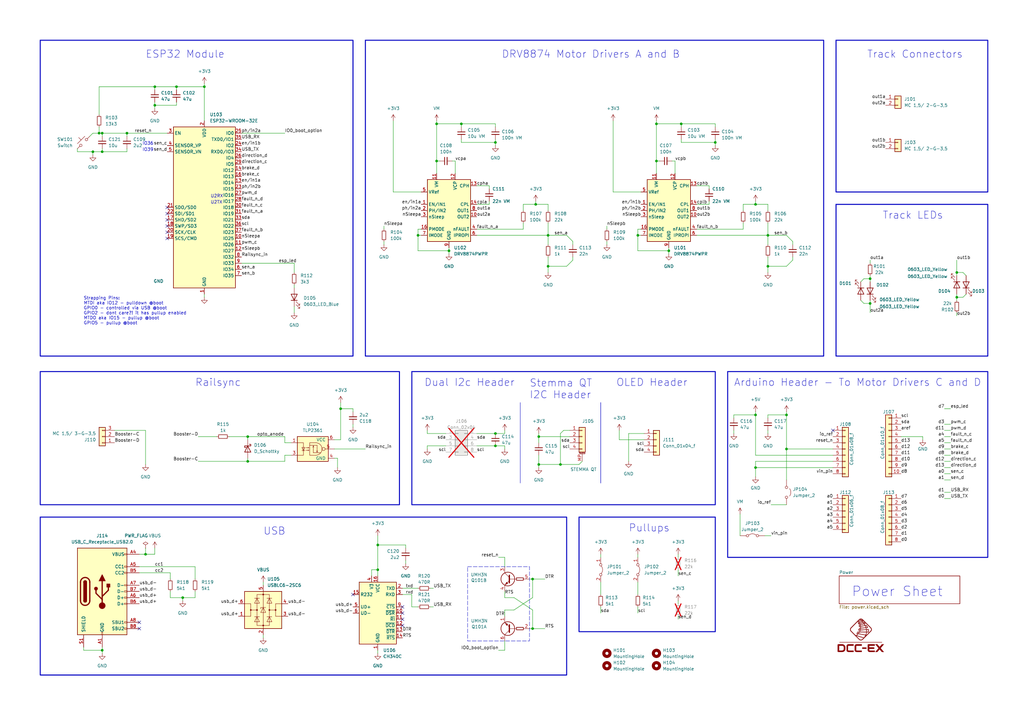
<source format=kicad_sch>
(kicad_sch (version 20250114) (generator "eeschema") (generator_version "9.0")
  (paper "A3")
  (title_block (title "EX-ESP32-CS") (date "2025-05-14") (rev "RevC") (company "semify-eda.com") (comment 1 "Engineer: Fred Decker") (comment 2 "Lead Engineer: Erwin Peterlin") (comment 3 "CERN-OHL-W v2 or later") (comment 4 "Licensed under") (comment 5 "modified Keith Ruberson"))
  (rectangle (start 16.51 152.4) (end 163.83 207.01) (stroke (width 0.4)))
  (rectangle (start 16.51 212.09) (end 232.41 276.86) (stroke (width 0.4)))
  (rectangle (start 342.9 83.82) (end 405.13 146.05) (stroke (width 0.4)))
  (rectangle (start 168.91 152.4) (end 293.37 207.01) (stroke (width 0.4)))
  (rectangle (start 149.86 16.51) (end 337.82 146.05) (stroke (width 0.4)))
  (rectangle (start 191.77 232.41) (end 217.17 262.89) (stroke (width 0) (type dash)))
  (rectangle (start 342.9 16.51) (end 405.13 78.74) (stroke (width 0.4)))
  (rectangle (start 16.51 16.51) (end 144.78 146.05) (stroke (width 0.4)))
  (rectangle (start 237.49 212.09) (end 293.37 259.08) (stroke (width 0.4)))
  (rectangle (start 298.45 152.4) (end 405.13 228.6) (stroke (width 0.4)))
  (text "Power Sheet" (at 349.25 245.11 0) (effects (font (size 4 4)) (justify left bottom)))
  (text "Railsync" (at 80.01 158.75 0) (effects (font (size 3 3)) (justify left bottom)))
  (text "USB" (at 107.95 219.71 0) (effects (font (size 3 3)) (justify left bottom)))
  (text "Pullups" (at 257.81 218.44 0) (effects (font (size 3 3)) (justify left bottom)))
  (text "Strapping Pins:\nMTDI aka IO12 - pulldown @boot\nGPIO0 - controlled via USB @boot\nGPIO2 - dont care?! it has pullup enabled\nMTDO aka IO15 - pullup @boot\nGPIO5 - pullup @boot" (at 34.29 133.35 0) (effects (font (size 1.27 1.27)) (justify left bottom)))
  (text "Track LEDs" (at 361.95 90.17 0) (effects (font (size 3 3)) (justify left bottom)))
  (text "GPIO 34 GPIO 35 GPIO 36 GPIO 39 these 4 are ADC 1 and input only. So use for the 4 sense lines\n \nThen there are 12 pins in the range 16 to 33 that do not have any restrictions I think\n \n4,5,14,15 are candidates for fault pins\n \n5, 14, 15 give pwm during boot\n \n8 digital in range 2 to 16 plus 36,39\n \n5 can be DIR\n \nThe 9 digital 17 to 27 go to the digital side and 32 to 35 to A0 to A3" (at -106.68 152.4 0) (effects (font (size 1.27 1.27)) (justify left bottom)))
  (text "U2RX" (at 86.36 81.28 0) (effects (font (size 1.27 1.27)) (justify left bottom)))
  (text "DRV8874 Motor Drivers A and B" (at 205.74 24.13 0) (effects (font (size 3 3)) (justify left bottom)))
  (text "IO36" (at 58.42 59.69 0) (effects (font (size 1.27 1.27)) (justify left bottom)))
  (text "DRV8874 (max 6A) Current Sensing: \nV_prop is limited to VRef inside DRV8874\n\n---------\ncandidate values:\n2k+1k              3.63/1.65 1%\n1k8+(680+220)  4.0/1.83 1%\n1k5+(680+100)  4.8/2.2  0.2%\n1k43+732(extend.) 5.08 0.1%\n(1k2+120)+680  5.5/2.5  0.0%   \n1k2+(470+180)  5.9/2.7  2%\n1k2+620(extend.) 5.9/2.7  0.1%\n1k1+560 (0603) 6.6/3.0   0.4%\n" (at 283.21 -12.7 0) (effects (font (size 2 2)) (justify left bottom)))
  (text "U2TX" (at 86.36 83.82 0) (effects (font (size 1.27 1.27)) (justify left bottom)))
  (text "DRV8874 control logic:\n\nPH/EN Mode (PMODE Low)\nnSleep/EN/PH  out1/2\n0 X X         ZZ\n1 0 X         00\n1 1 0         01\n1 1 1         10\n\nnSleep = high / pwm\nEN     = not brake / pwm\nPH     = dir\n\nPWM Mode (PMODE High)\nnSleep/in1/2  out1/2\n      O X X       ZZ\n      1 0 0       ZZ\n      1 0 1       01\n      1 1 0       10\n      1 1 1       00\n\nnSleep = high\nin1 = pwm and (    dir or brake)\nin2 = pwm and (not dir or brake)" (at 220.98 -12.7 0) (effects (font (size 2 2)) (justify left bottom)))
  (text "Arduino Header - To Motor Drivers C and D" (at 300.99 158.75 0) (effects (font (size 3 3)) (justify left bottom)))
  (text "Track Connectors" (at 355.6 24.13 0) (effects (font (size 3 3)) (justify left bottom)))
  (text "IO39" (at 58.42 62.23 0) (effects (font (size 1.27 1.27)) (justify left bottom)))
  (text "OLED Header" (at 252.73 158.75 0) (effects (font (size 3 3)) (justify left bottom)))
  (text "Stemma QT\nI2C Header" (at 217.17 163.83 0) (effects (font (size 3 3)) (justify left bottom)))
  (text "Dual I2c Header" (at 173.99 158.75 0) (effects (font (size 3 3)) (justify left bottom)))
  (text "ESP32 Module" (at 59.69 24.13 0) (effects (font (size 3 3)) (justify left bottom)))
  (junction (at 322.58 170.18))
  (junction (at 224.79 96.52))
  (junction (at 314.96 96.52))
  (junction (at 101.6 189.23))
  (junction (at 74.93 245.11))
  (junction (at 309.88 191.77))
  (junction (at 392.43 111.76))
  (junction (at 218.44 237.49))
  (junction (at 154.94 233.68))
  (junction (at 101.6 179.07))
  (junction (at 139.7 167.64))
  (junction (at 203.2 58.42))
  (junction (at 293.37 58.42))
  (junction (at 52.07 54.61))
  (junction (at 309.88 170.18))
  (junction (at 189.23 50.8))
  (junction (at 261.62 96.52))
  (junction (at 309.88 83.82))
  (junction (at 203.2 182.88))
  (junction (at 224.79 109.22))
  (junction (at 356.87 114.3))
  (junction (at 269.24 50.8))
  (junction (at 41.91 54.61))
  (junction (at 179.07 50.8))
  (junction (at 171.45 96.52))
  (junction (at 63.5 43.18))
  (junction (at 229.87 190.5))
  (junction (at 179.07 66.04))
  (junction (at 274.32 102.87))
  (junction (at 41.91 266.7))
  (junction (at 218.44 257.81))
  (junction (at 72.39 35.56))
  (junction (at 279.4 50.8))
  (junction (at 220.98 190.5))
  (junction (at 59.69 227.33))
  (junction (at 38.1 62.23))
  (junction (at 203.2 177.8))
  (junction (at 314.96 109.22))
  (junction (at 392.43 121.92))
  (junction (at 40.64 54.61))
  (junction (at 83.82 35.56))
  (junction (at 154.94 223.52))
  (junction (at 63.5 35.56))
  (junction (at 220.98 179.07))
  (junction (at 184.15 102.87))
  (junction (at 219.71 83.82))
  (junction (at 269.24 66.04))
  (junction (at 41.91 62.23))
  (junction (at 322.58 184.15))
  (junction (at 356.87 124.46))
  (no_connect (at 68.58 90.17))
  (no_connect (at 68.58 95.25))
  (no_connect (at 165.1 254))
  (no_connect (at 57.15 255.27))
  (no_connect (at 57.15 257.81))
  (no_connect (at 341.63 176.53))
  (no_connect (at 165.1 251.46))
  (no_connect (at 165.1 248.92))
  (no_connect (at 68.58 85.09))
  (no_connect (at 68.58 87.63))
  (no_connect (at 165.1 256.54))
  (no_connect (at 144.78 243.84))
  (no_connect (at 68.58 97.79))
  (no_connect (at 68.58 92.71))
  (wire (pts (xy 224.79 96.52) (xy 232.41 96.52)))
  (wire (pts (xy 218.44 237.49) (xy 217.17 237.49)))
  (wire (pts (xy 304.8 83.82) (xy 309.88 83.82)))
  (wire (pts (xy 314.96 177.8) (xy 314.96 176.53)))
  (wire (pts (xy 217.17 257.81) (xy 218.44 257.81)))
  (wire (pts (xy 166.37 223.52) (xy 154.94 223.52)))
  (wire (pts (xy 314.96 170.18) (xy 322.58 170.18)))
  (wire (pts (xy 177.8 248.92) (xy 176.53 248.92)))
  (wire (pts (xy 69.85 242.57) (xy 69.85 245.11)))
  (wire (pts (xy 269.24 66.04) (xy 270.51 66.04)))
  (wire (pts (xy 257.81 177.8) (xy 264.16 177.8)))
  (wire (pts (xy 175.26 177.8) (xy 182.88 177.8)))
  (wire (pts (xy 248.92 99.06) (xy 248.92 100.33)))
  (wire (pts (xy 254 180.34) (xy 264.16 180.34)))
  (wire (pts (xy 309.88 170.18) (xy 309.88 186.69)))
  (wire (pts (xy 231.14 176.53) (xy 229.87 177.8)))
  (wire (pts (xy 80.01 232.41) (xy 80.01 237.49)))
  (wire (pts (xy 52.07 62.23) (xy 52.07 60.96)))
  (wire (pts (xy 313.69 219.71) (xy 316.23 219.71)))
  (wire (pts (xy 304.8 91.44) (xy 304.8 93.98)))
  (wire (pts (xy 356.87 106.68) (xy 356.87 107.95)))
  (wire (pts (xy 293.37 58.42) (xy 279.4 58.42)))
  (wire (pts (xy 120.65 107.95) (xy 120.65 111.76)))
  (wire (pts (xy 261.62 251.46) (xy 261.62 248.92)))
  (wire (pts (xy 229.87 190.5) (xy 237.49 190.5)))
  (wire (pts (xy 274.32 104.14) (xy 274.32 102.87)))
  (wire (pts (xy 184.15 104.14) (xy 184.15 102.87)))
  (wire (pts (xy 220.98 179.07) (xy 220.98 181.61)))
  (wire (pts (xy 171.45 96.52) (xy 172.72 96.52)))
  (wire (pts (xy 300.99 170.18) (xy 300.99 171.45)))
  (wire (pts (xy 246.38 227.33) (xy 246.38 228.6)))
  (wire (pts (xy 261.62 227.33) (xy 261.62 228.6)))
  (wire (pts (xy 309.88 189.23) (xy 309.88 191.77)))
  (wire (pts (xy 177.8 241.3) (xy 176.53 241.3)))
  (wire (pts (xy 41.91 54.61) (xy 52.07 54.61)))
  (wire (pts (xy 165.1 241.3) (xy 171.45 241.3)))
  (wire (pts (xy 40.64 52.07) (xy 40.64 54.61)))
  (wire (pts (xy 179.07 66.04) (xy 180.34 66.04)))
  (wire (pts (xy 378.46 179.07) (xy 378.46 180.34)))
  (wire (pts (xy 341.63 189.23) (xy 309.88 189.23)))
  (wire (pts (xy 300.99 177.8) (xy 300.99 176.53)))
  (wire (pts (xy 175.26 182.88) (xy 182.88 182.88)))
  (wire (pts (xy 261.62 102.87) (xy 274.32 102.87)))
  (wire (pts (xy 389.89 189.23) (xy 387.35 189.23)))
  (wire (pts (xy 59.69 227.33) (xy 59.69 224.79)))
  (wire (pts (xy 72.39 35.56) (xy 72.39 36.83)))
  (wire (pts (xy 246.38 251.46) (xy 246.38 248.92)))
  (wire (pts (xy 396.24 113.03) (xy 394.97 111.76)))
  (wire (pts (xy 261.62 238.76) (xy 261.62 243.84)))
  (wire (pts (xy 231.14 176.53) (xy 233.68 176.53)))
  (wire (pts (xy 59.69 176.53) (xy 59.69 190.5)))
  (wire (pts (xy 214.63 83.82) (xy 214.63 86.36)))
  (wire (pts (xy 322.58 170.18) (xy 322.58 184.15)))
  (wire (pts (xy 34.29 266.7) (xy 41.91 266.7)))
  (wire (pts (xy 186.69 66.04) (xy 186.69 71.12)))
  (wire (pts (xy 356.87 113.03) (xy 356.87 114.3)))
  (wire (pts (xy 207.01 250.19) (xy 210.82 250.19)))
  (wire (pts (xy 40.64 54.61) (xy 41.91 54.61)))
  (wire (pts (xy 179.07 50.8) (xy 179.07 66.04)))
  (wire (pts (xy 139.7 167.64) (xy 144.78 167.64)))
  (wire (pts (xy 210.82 250.19) (xy 218.44 245.11)))
  (wire (pts (xy 99.06 54.61) (xy 116.84 54.61)))
  (wire (pts (xy 309.88 186.69) (xy 341.63 186.69)))
  (wire (pts (xy 168.91 248.92) (xy 171.45 248.92)))
  (wire (pts (xy 200.66 82.55) (xy 200.66 83.82)))
  (wire (pts (xy 63.5 35.56) (xy 63.5 36.83)))
  (wire (pts (xy 274.32 101.6) (xy 274.32 102.87)))
  (wire (pts (xy 269.24 50.8) (xy 279.4 50.8)))
  (wire (pts (xy 354.33 114.3) (xy 356.87 114.3)))
  (wire (pts (xy 195.58 76.2) (xy 200.66 76.2)))
  (wire (pts (xy 171.45 96.52) (xy 171.45 102.87)))
  (wire (pts (xy 116.84 181.61) (xy 119.38 181.61)))
  (wire (pts (xy 204.47 266.7) (xy 207.01 266.7)))
  (wire (pts (xy 246.38 238.76) (xy 246.38 243.84)))
  (wire (pts (xy 257.81 177.8) (xy 257.81 189.23)))
  (wire (pts (xy 248.92 93.98) (xy 248.92 92.71)))
  (wire (pts (xy 107.95 260.35) (xy 107.95 261.62)))
  (wire (pts (xy 152.4 233.68) (xy 154.94 233.68)))
  (wire (pts (xy 389.89 179.07) (xy 387.35 179.07)))
  (wire (pts (xy 387.35 201.93) (xy 389.89 201.93)))
  (wire (pts (xy 59.69 227.33) (xy 63.5 227.33)))
  (wire (pts (xy 224.79 109.22) (xy 224.79 111.76)))
  (wire (pts (xy 290.83 83.82) (xy 285.75 83.82)))
  (wire (pts (xy 261.62 93.98) (xy 262.89 93.98)))
  (polyline (pts (xy 246.38 165.1) (xy 246.38 198.12)))
  (wire (pts (xy 107.95 240.03) (xy 107.95 238.76)))
  (wire (pts (xy 392.43 129.54) (xy 392.43 128.27)))
  (wire (pts (xy 63.5 35.56) (xy 72.39 35.56)))
  (wire (pts (xy 251.46 49.53) (xy 251.46 78.74)))
  (wire (pts (xy 354.33 124.46) (xy 356.87 124.46)))
  (wire (pts (xy 179.07 66.04) (xy 179.07 71.12)))
  (wire (pts (xy 309.88 168.91) (xy 309.88 170.18)))
  (wire (pts (xy 31.75 62.23) (xy 38.1 62.23)))
  (wire (pts (xy 251.46 78.74) (xy 262.89 78.74)))
  (wire (pts (xy 234.95 99.06) (xy 234.95 100.33)))
  (wire (pts (xy 278.13 254) (xy 278.13 252.73)))
  (wire (pts (xy 175.26 176.53) (xy 175.26 177.8)))
  (wire (pts (xy 314.96 96.52) (xy 322.58 96.52)))
  (wire (pts (xy 224.79 96.52) (xy 224.79 100.33)))
  (wire (pts (xy 290.83 76.2) (xy 290.83 77.47)))
  (wire (pts (xy 171.45 102.87) (xy 184.15 102.87)))
  (wire (pts (xy 224.79 83.82) (xy 224.79 86.36)))
  (wire (pts (xy 137.16 180.34) (xy 139.7 180.34)))
  (wire (pts (xy 389.89 181.61) (xy 387.35 181.61)))
  (wire (pts (xy 275.59 66.04) (xy 276.86 66.04)))
  (wire (pts (xy 314.96 91.44) (xy 314.96 96.52)))
  (wire (pts (xy 261.62 93.98) (xy 261.62 96.52)))
  (wire (pts (xy 278.13 227.33) (xy 278.13 228.6)))
  (wire (pts (xy 99.06 107.95) (xy 120.65 107.95)))
  (wire (pts (xy 322.58 184.15) (xy 322.58 196.85)))
  (wire (pts (xy 189.23 50.8) (xy 203.2 50.8)))
  (wire (pts (xy 325.12 99.06) (xy 325.12 100.33)))
  (wire (pts (xy 40.64 35.56) (xy 63.5 35.56)))
  (wire (pts (xy 389.89 191.77) (xy 387.35 191.77)))
  (wire (pts (xy 52.07 54.61) (xy 68.58 54.61)))
  (wire (pts (xy 72.39 41.91) (xy 72.39 43.18)))
  (wire (pts (xy 207.01 228.6) (xy 207.01 232.41)))
  (wire (pts (xy 261.62 96.52) (xy 261.62 102.87)))
  (wire (pts (xy 314.96 109.22) (xy 322.58 109.22)))
  (wire (pts (xy 144.78 167.64) (xy 144.78 168.91)))
  (wire (pts (xy 392.43 113.03) (xy 392.43 111.76)))
  (wire (pts (xy 120.65 125.73) (xy 120.65 128.27)))
  (wire (pts (xy 303.53 210.82) (xy 303.53 219.71)))
  (wire (pts (xy 314.96 105.41) (xy 314.96 109.22)))
  (wire (pts (xy 101.6 187.96) (xy 101.6 189.23)))
  (wire (pts (xy 152.4 236.22) (xy 152.4 233.68)))
  (wire (pts (xy 322.58 184.15) (xy 341.63 184.15)))
  (wire (pts (xy 195.58 177.8) (xy 203.2 177.8)))
  (wire (pts (xy 154.94 223.52) (xy 154.94 233.68)))
  (wire (pts (xy 220.98 191.77) (xy 220.98 190.5)))
  (wire (pts (xy 41.91 62.23) (xy 52.07 62.23)))
  (wire (pts (xy 369.57 179.07) (xy 378.46 179.07)))
  (wire (pts (xy 168.91 243.84) (xy 168.91 248.92)))
  (wire (pts (xy 207.01 182.88) (xy 207.01 184.15)))
  (wire (pts (xy 63.5 43.18) (xy 63.5 44.45)))
  (wire (pts (xy 234.95 105.41) (xy 234.95 106.68)))
  (wire (pts (xy 322.58 168.91) (xy 322.58 170.18)))
  (wire (pts (xy 394.97 121.92) (xy 392.43 121.92)))
  (polyline (pts (xy 213.36 165.1) (xy 213.36 198.12)))
  (wire (pts (xy 353.06 123.19) (xy 354.33 124.46)))
  (wire (pts (xy 278.13 246.38) (xy 278.13 247.65)))
  (wire (pts (xy 254 176.53) (xy 254 180.34)))
  (wire (pts (xy 218.44 257.81) (xy 223.52 257.81)))
  (wire (pts (xy 195.58 182.88) (xy 203.2 182.88)))
  (wire (pts (xy 154.94 267.97) (xy 154.94 266.7)))
  (wire (pts (xy 392.43 121.92) (xy 392.43 120.65)))
  (wire (pts (xy 80.01 242.57) (xy 80.01 245.11)))
  (wire (pts (xy 63.5 224.79) (xy 63.5 227.33)))
  (wire (pts (xy 137.16 187.96) (xy 138.43 187.96)))
  (wire (pts (xy 232.41 96.52) (xy 234.95 99.06)))
  (wire (pts (xy 171.45 93.98) (xy 172.72 93.98)))
  (wire (pts (xy 157.48 93.98) (xy 157.48 92.71)))
  (wire (pts (xy 389.89 196.85) (xy 387.35 196.85)))
  (wire (pts (xy 261.62 96.52) (xy 262.89 96.52)))
  (wire (pts (xy 195.58 93.98) (xy 214.63 93.98)))
  (wire (pts (xy 203.2 182.88) (xy 207.01 182.88)))
  (wire (pts (xy 179.07 49.53) (xy 179.07 50.8)))
  (wire (pts (xy 325.12 105.41) (xy 325.12 106.68)))
  (wire (pts (xy 279.4 58.42) (xy 279.4 57.15)))
  (wire (pts (xy 392.43 123.19) (xy 392.43 121.92)))
  (wire (pts (xy 387.35 204.47) (xy 389.89 204.47)))
  (wire (pts (xy 139.7 167.64) (xy 139.7 180.34)))
  (wire (pts (xy 185.42 66.04) (xy 186.69 66.04)))
  (wire (pts (xy 161.29 49.53) (xy 161.29 78.74)))
  (wire (pts (xy 309.88 191.77) (xy 341.63 191.77)))
  (wire (pts (xy 171.45 93.98) (xy 171.45 96.52)))
  (wire (pts (xy 314.96 170.18) (xy 314.96 171.45)))
  (wire (pts (xy 83.82 121.92) (xy 83.82 120.65)))
  (wire (pts (xy 200.66 76.2) (xy 200.66 77.47)))
  (wire (pts (xy 81.28 189.23) (xy 101.6 189.23)))
  (wire (pts (xy 214.63 91.44) (xy 214.63 93.98)))
  (wire (pts (xy 304.8 83.82) (xy 304.8 86.36)))
  (wire (pts (xy 101.6 179.07) (xy 116.84 179.07)))
  (wire (pts (xy 161.29 78.74) (xy 172.72 78.74)))
  (wire (pts (xy 392.43 111.76) (xy 392.43 106.68)))
  (wire (pts (xy 83.82 35.56) (xy 83.82 49.53)))
  (wire (pts (xy 149.86 184.15) (xy 137.16 184.15)))
  (wire (pts (xy 189.23 58.42) (xy 189.23 57.15)))
  (wire (pts (xy 139.7 165.1) (xy 139.7 167.64)))
  (wire (pts (xy 314.96 96.52) (xy 314.96 100.33)))
  (wire (pts (xy 269.24 50.8) (xy 269.24 66.04)))
  (wire (pts (xy 219.71 83.82) (xy 224.79 83.82)))
  (polyline (pts (xy 246.38 165.1) (xy 246.38 198.12)))
  (wire (pts (xy 279.4 50.8) (xy 293.37 50.8)))
  (wire (pts (xy 116.84 186.69) (xy 119.38 186.69)))
  (wire (pts (xy 57.15 234.95) (xy 69.85 234.95)))
  (wire (pts (xy 285.75 76.2) (xy 290.83 76.2)))
  (wire (pts (xy 293.37 59.69) (xy 293.37 58.42)))
  (wire (pts (xy 116.84 179.07) (xy 116.84 181.61)))
  (wire (pts (xy 38.1 62.23) (xy 41.91 62.23)))
  (wire (pts (xy 154.94 233.68) (xy 154.94 236.22)))
  (wire (pts (xy 389.89 186.69) (xy 387.35 186.69)))
  (wire (pts (xy 184.15 101.6) (xy 184.15 102.87)))
  (wire (pts (xy 285.75 93.98) (xy 304.8 93.98)))
  (wire (pts (xy 63.5 43.18) (xy 72.39 43.18)))
  (wire (pts (xy 120.65 116.84) (xy 120.65 118.11)))
  (wire (pts (xy 189.23 52.07) (xy 189.23 50.8)))
  (wire (pts (xy 309.88 83.82) (xy 314.96 83.82)))
  (wire (pts (xy 36.83 55.88) (xy 38.1 54.61)))
  (wire (pts (xy 93.98 179.07) (xy 101.6 179.07)))
  (wire (pts (xy 314.96 109.22) (xy 314.96 111.76)))
  (wire (pts (xy 276.86 66.04) (xy 276.86 71.12)))
  (wire (pts (xy 309.88 82.55) (xy 309.88 83.82)))
  (wire (pts (xy 52.07 55.88) (xy 52.07 54.61)))
  (wire (pts (xy 165.1 243.84) (xy 168.91 243.84)))
  (wire (pts (xy 38.1 62.23) (xy 38.1 63.5)))
  (wire (pts (xy 207.01 266.7) (xy 207.01 262.89)))
  (wire (pts (xy 166.37 231.14) (xy 166.37 229.87)))
  (wire (pts (xy 116.84 186.69) (xy 116.84 189.23)))
  (wire (pts (xy 219.71 82.55) (xy 219.71 83.82)))
  (wire (pts (xy 203.2 57.15) (xy 203.2 58.42)))
  (wire (pts (xy 285.75 96.52) (xy 314.96 96.52)))
  (wire (pts (xy 322.58 96.52) (xy 325.12 99.06)))
  (wire (pts (xy 63.5 41.91) (xy 63.5 43.18)))
  (wire (pts (xy 234.95 106.68) (xy 232.41 109.22)))
  (wire (pts (xy 279.4 52.07) (xy 279.4 50.8)))
  (wire (pts (xy 218.44 250.19) (xy 218.44 257.81)))
  (wire (pts (xy 31.75 60.96) (xy 31.75 62.23)))
  (wire (pts (xy 356.87 124.46) (xy 356.87 128.27)))
  (wire (pts (xy 74.93 245.11) (xy 80.01 245.11)))
  (wire (pts (xy 203.2 58.42) (xy 189.23 58.42)))
  (wire (pts (xy 293.37 50.8) (xy 293.37 52.07)))
  (wire (pts (xy 356.87 123.19) (xy 356.87 124.46)))
  (wire (pts (xy 220.98 177.8) (xy 220.98 179.07)))
  (wire (pts (xy 394.97 111.76) (xy 392.43 111.76)))
  (wire (pts (xy 81.28 179.07) (xy 88.9 179.07)))
  (wire (pts (xy 269.24 66.04) (xy 269.24 71.12)))
  (wire (pts (xy 356.87 114.3) (xy 356.87 115.57)))
  (wire (pts (xy 40.64 35.56) (xy 40.64 46.99)))
  (wire (pts (xy 353.06 115.57) (xy 354.33 114.3)))
  (wire (pts (xy 157.48 99.06) (xy 157.48 100.33)))
  (wire (pts (xy 210.82 245.11) (xy 218.44 250.19)))
  (wire (pts (xy 325.12 106.68) (xy 322.58 109.22)))
  (wire (pts (xy 41.91 266.7) (xy 41.91 267.97)))
  (wire (pts (xy 300.99 170.18) (xy 309.88 170.18)))
  (wire (pts (xy 214.63 83.82) (xy 219.71 83.82)))
  (wire (pts (xy 207.01 252.73) (xy 207.01 250.19)))
  (wire (pts (xy 203.2 177.8) (xy 207.01 177.8)))
  (wire (pts (xy 57.15 232.41) (xy 80.01 232.41)))
  (wire (pts (xy 220.98 179.07) (xy 233.68 179.07)))
  (wire (pts (xy 41.91 60.96) (xy 41.91 62.23)))
  (wire (pts (xy 41.91 265.43) (xy 41.91 266.7)))
  (wire (pts (xy 200.66 83.82) (xy 195.58 83.82)))
  (wire (pts (xy 203.2 50.8) (xy 203.2 52.07)))
  (wire (pts (xy 220.98 186.69) (xy 220.98 190.5)))
  (wire (pts (xy 72.39 35.56) (xy 83.82 35.56)))
  (wire (pts (xy 269.24 49.53) (xy 269.24 50.8)))
  (wire (pts (xy 204.47 228.6) (xy 207.01 228.6)))
  (wire (pts (xy 138.43 187.96) (xy 138.43 191.77)))
  (wire (pts (xy 57.15 227.33) (xy 59.69 227.33)))
  (wire (pts (xy 69.85 245.11) (xy 74.93 245.11)))
  (wire (pts (xy 290.83 82.55) (xy 290.83 83.82)))
  (wire (pts (xy 34.29 265.43) (xy 34.29 266.7)))
  (wire (pts (xy 203.2 59.69) (xy 203.2 58.42)))
  (wire (pts (xy 316.23 207.01) (xy 322.58 207.01)))
  (wire (pts (xy 154.94 219.71) (xy 154.94 223.52)))
  (wire (pts (xy 293.37 57.15) (xy 293.37 58.42)))
  (wire (pts (xy 237.49 190.5) (xy 238.76 189.23)))
  (wire (pts (xy 389.89 176.53) (xy 387.35 176.53)))
  (wire (pts (xy 207.01 176.53) (xy 207.01 177.8)))
  (wire (pts (xy 207.01 245.11) (xy 210.82 245.11)))
  (wire (pts (xy 101.6 179.07) (xy 101.6 180.34)))
  (wire (pts (xy 224.79 91.44) (xy 224.79 96.52)))
  (wire (pts (xy 224.79 109.22) (xy 232.41 109.22)))
  (wire (pts (xy 179.07 50.8) (xy 189.23 50.8)))
  (wire (pts (xy 220.98 190.5) (xy 229.87 190.5)))
  (wire (pts (xy 389.89 173.99) (xy 387.35 173.99)))
  (wire (pts (xy 278.13 236.22) (xy 278.13 233.68)))
  (wire (pts (xy 74.93 245.11) (xy 74.93 246.38)))
  (wire (pts (xy 69.85 234.95) (xy 69.85 237.49)))
  (wire (pts (xy 207.01 242.57) (xy 207.01 245.11)))
  (wire (pts (xy 41.91 54.61) (xy 41.91 55.88)))
  (wire (pts (xy 195.58 96.52) (xy 224.79 96.52)))
  (wire (pts (xy 389.89 184.15) (xy 387.35 184.15)))
  (wire (pts (xy 218.44 245.11) (xy 218.44 237.49)))
  (wire (pts (xy 396.24 120.65) (xy 394.97 121.92)))
  (wire (pts (xy 389.89 194.31) (xy 387.35 194.31)))
  (wire (pts (xy 46.99 176.53) (xy 59.69 176.53)))
  (wire (pts (xy 101.6 189.23) (xy 116.84 189.23)))
  (wire (pts (xy 144.78 175.26) (xy 144.78 173.99)))
  (wire (pts (xy 175.26 182.88) (xy 175.26 184.15)))
  (wire (pts (xy 309.88 191.77) (xy 309.88 195.58)))
  (wire (pts (xy 223.52 237.49) (xy 218.44 237.49)))
  (wire (pts (xy 229.87 177.8) (xy 229.87 190.5)))
  (wire (pts (xy 224.79 105.41) (xy 224.79 109.22)))
  (wire (pts (xy 40.64 54.61) (xy 38.1 54.61)))
  (wire (pts (xy 387.35 167.64) (xy 389.89 167.64)))
  (wire (pts (xy 314.96 83.82) (xy 314.96 86.36)))
  (wire (pts (xy 83.82 34.29) (xy 83.82 35.56)))
  (wire (pts (xy 166.37 223.52) (xy 166.37 224.79)))
  (label "d1" (at 369.57 219.71 0))
  (label "scl" (at 99.06 92.71 0))
  (label "a5" (at 341.63 217.17 180))
  (label "cphb" (at 285.75 76.2 0))
  (label "scl" (at 264.16 182.88 180))
  (label "USB_RX" (at 99.06 57.15 0))
  (label "direction_d" (at 99.06 64.77 0))
  (label "pwm_c" (at 389.89 173.99 0))
  (label "direction_c" (at 389.89 189.23 0))
  (label "RTS" (at 165.1 261.62 0))
  (label "esp_led" (at 114.3 107.95 0))
  (label "out1b" (at 392.43 106.68 0))
  (label "USB_RX" (at 389.89 201.93 0))
  (label "reset_n" (at 204.47 228.6 180))
  (label "sen_b" (at 317.5 96.52 0))
  (label "out2b" (at 392.43 129.54 0))
  (label "Booster-D" (at 81.28 179.07 180))
  (label "reset_n" (at 341.63 181.61 180))
  (label "sen_d" (at 68.58 62.23 180))
  (label "out2a" (at 195.58 88.9 0))
  (label "pwm_c" (at 99.06 100.33 0))
  (label "cpha" (at 195.58 76.2 0))
  (label "IO0_boot_option" (at 116.84 54.61 0))
  (label "fault_n_d" (at 389.89 181.61 0))
  (label "a3" (at 341.63 212.09 180))
  (label "a1" (at 341.63 207.01 180))
  (label "reset_n" (at 62.23 54.61 180))
  (label "nSleepa" (at 172.72 88.9 180))
  (label "d10" (at 369.57 189.23 0))
  (label "sen_c" (at 389.89 194.31 0))
  (label "direction_c" (at 99.06 67.31 0))
  (label "Booster-C" (at 46.99 179.07 0))
  (label "ph{slash}in2b" (at 262.89 86.36 180))
  (label "d5" (at 369.57 209.55 0))
  (label "sda" (at 369.57 173.99 0))
  (label "a0" (at 341.63 204.47 180))
  (label "d13" (at 369.57 181.61 0))
  (label "ph{slash}in2b" (at 99.06 77.47 0))
  (label "d12" (at 369.57 184.15 0))
  (label "cpla" (at 195.58 83.82 0))
  (label "en{slash}in1b" (at 99.06 59.69 0))
  (label "usb_d+" (at 57.15 245.11 0))
  (label "d7" (at 369.57 204.47 0))
  (label "d3" (at 387.35 173.99 180))
  (label "cplb" (at 285.75 83.82 0))
  (label "fault_n_a" (at 99.06 87.63 0))
  (label "vcpb" (at 276.86 66.04 0))
  (label "out2a" (at 356.87 128.27 0))
  (label "usb_d-" (at 118.11 247.65 0))
  (label "d8" (at 387.35 186.69 180))
  (label "cc2" (at 63.5 234.95 0))
  (label "d4" (at 369.57 212.09 0))
  (label "Booster-D" (at 46.99 181.61 0))
  (label "DTR" (at 223.52 237.49 0))
  (label "d13" (at 387.35 191.77 180))
  (label "txd" (at 166.37 241.3 0))
  (label "USB_RX" (at 177.8 248.92 0))
  (label "IO0_boot_option" (at 204.47 266.7 180))
  (label "usb_d+" (at 57.15 247.65 0))
  (label "fault_n_c" (at 389.89 179.07 0))
  (label "d1" (at 387.35 201.93 180))
  (label "d6" (at 369.57 207.01 0))
  (label "fault_n_b" (at 285.75 93.98 0))
  (label "scl" (at 233.68 184.15 180))
  (label "nSleepb" (at 99.06 102.87 0))
  (label "esp_led" (at 389.89 167.64 0))
  (label "fault_n_c" (at 99.06 85.09 0))
  (label "Booster-C" (at 81.28 189.23 180))
  (label "en{slash}in1a" (at 99.06 74.93 0))
  (label "vin_pin" (at 316.23 219.71 0))
  (label "scl" (at 261.62 251.46 0))
  (label "sda" (at 195.58 180.34 0))
  (label "pwm_d" (at 99.06 80.01 0))
  (label "sen_a" (at 227.33 96.52 0))
  (label "sda" (at 99.06 90.17 0))
  (label "out1b" (at 363.22 58.42 180))
  (label "d0" (at 387.35 204.47 180))
  (label "RTS" (at 207.01 243.84 0))
  (label "Railsync_in" (at 99.06 105.41 0))
  (label "out1a" (at 195.58 86.36 0))
  (label "io_ref" (at 341.63 179.07 180))
  (label "d11" (at 369.57 186.69 0))
  (label "fault_n_b" (at 99.06 95.25 0))
  (label "brake_d" (at 99.06 69.85 0))
  (label "a4" (at 387.35 179.07 180))
  (label "sen_b" (at 99.06 113.03 0))
  (label "out1a" (at 356.87 106.68 0))
  (label "usb_d-" (at 144.78 251.46 180))
  (label "rxd" (at 166.37 243.84 0))
  (label "sen_c" (at 278.13 236.22 0))
  (label "d2" (at 369.57 217.17 0))
  (label "fault_n_a" (at 195.58 93.98 0))
  (label "opto_anode" (at 105.41 179.07 0))
  (label "a1" (at 387.35 196.85 180))
  (label "usb_d-" (at 118.11 252.73 0))
  (label "out2b" (at 363.22 60.96 180))
  (label "io_ref" (at 316.23 207.01 180))
  (label "sen_a" (at 99.06 110.49 0))
  (label "sda" (at 233.68 181.61 180))
  (label "RTS" (at 223.52 257.81 0))
  (label "d3" (at 369.57 214.63 0))
  (label "a5" (at 387.35 181.61 180))
  (label "aref" (at 369.57 176.53 0))
  (label "usb_d-" (at 57.15 242.57 0))
  (label "usb_d+" (at 144.78 248.92 180))
  (label "nSleepa" (at 157.48 92.71 0))
  (label "scl" (at 195.58 185.42 0))
  (label "a4" (at 341.63 214.63 180))
  (label "out1b" (at 285.75 86.36 0))
  (label "out2b" (at 285.75 88.9 0))
  (label "usb_d+" (at 97.79 247.65 180))
  (label "a0" (at 387.35 194.31 180))
  (label "brake_c" (at 99.06 72.39 0))
  (label "usb_d+" (at 97.79 252.73 180))
  (label "d7" (at 387.35 167.64 180))
  (label "ph{slash}in2a" (at 172.72 86.36 180))
  (label "out2a" (at 363.22 43.18 180))
  (label "nSleepa" (at 99.06 97.79 0))
  (label "d9" (at 387.35 184.15 180))
  (label "sda" (at 264.16 185.42 180))
  (label "d11" (at 387.35 176.53 180))
  (label "d0" (at 369.57 222.25 0))
  (label "sen_d" (at 278.13 254 0))
  (label "direction_d" (at 389.89 191.77 0))
  (label "usb_d-" (at 57.15 240.03 0))
  (label "scl" (at 182.88 185.42 180))
  (label "sda" (at 246.38 251.46 0))
  (label "vcpa" (at 186.69 66.04 0))
  (label "en{slash}in1b" (at 262.89 83.82 180))
  (label "USB_TX" (at 389.89 204.47 0))
  (label "Railsync_in" (at 149.86 184.15 0))
  (label "nSleepb" (at 262.89 88.9 180))
  (label "DTR" (at 207.01 252.73 180))
  (label "nSleepb" (at 248.92 92.71 0))
  (label "cc1" (at 63.5 232.41 0))
  (label "sen_d" (at 389.89 196.85 0))
  (label "sda" (at 182.88 180.34 180))
  (label "USB_TX" (at 177.8 241.3 0))
  (label "d12" (at 387.35 189.23 180))
  (label "brake_d" (at 389.89 186.69 0))
  (label "brake_c" (at 389.89 184.15 0))
  (label "scl" (at 369.57 171.45 0))
  (label "USB_TX" (at 99.06 62.23 0))
  (label "en{slash}in1a" (at 172.72 83.82 180))
  (label "sen_c" (at 68.58 59.69 180))
  (label "fault_n_d" (at 99.06 82.55 0))
  (label "ph{slash}in2a" (at 99.06 54.61 0))
  (label "out1a" (at 363.22 40.64 180))
  (label "a2" (at 341.63 209.55 180))
  (label "vin_pin" (at 341.63 194.31 180))
  (label "DTR" (at 165.1 259.08 0))
  (label "d9" (at 369.57 191.77 0))
  (label "d8" (at 369.57 194.31 0))
  (label "pwm_d" (at 389.89 176.53 0))
  (symbol (lib_id "power:GND") (at 248.92 100.33 0) (unit 1)
    (property "Reference" "#PWR0113" (effects (hide yes)))
    (property "Value" "GND" (at 248.92 105.41 0))
  )
  (symbol (lib_id "power:GND") (at 166.37 231.14 0) (unit 1)
    (property "Reference" "#PWR0143" (effects (hide yes)))
    (property "Value" "GND" (at 166.37 236.22 0))
  )
  (symbol (lib_id "power:GND") (at 309.88 195.58 0) (unit 1)
    (property "Reference" "#PWR0134" (effects (hide yes)))
    (property "Value" "GND" (at 309.88 200.152 0))
  )
  (symbol (lib_id "Device:C_Small") (at 144.78 171.45 0) (mirror x) (unit 1)
    (property "Reference" "C118" (at 147.32 172.72 0) (effects (justify left)))
    (property "Value" "2u2" (at 147.32 170.18 0) (effects (justify left)))
    (property "Footprint" "0_my_capacitors:C_1005_(0402)" (effects (hide yes)))
    (property "LCSC Part #" "C12530" (effects (hide yes)))
  )
  (symbol (lib_id "Interface_USB:CH340C") (at 154.94 251.46 0) (unit 1)
    (property "Reference" "U106" (at 157.1341 266.7 0) (effects (justify left)))
    (property "Value" "CH340C" (at 157.1341 269.24 0) (effects (justify left)))
    (property "Footprint" "Package_SO:SOIC-16_3.9x9.9mm_P1.27mm" (effects (hide yes)))
    (property "Datasheet" "https://www.mpja.com/download/35227cpdata.pdf" (effects (hide yes)))
    (property "LCSC Part #" "C7464026" (effects (hide yes)))
  )
  (symbol (lib_id "power:GND") (at 274.32 104.14 0) (unit 1)
    (property "Reference" "#PWR0114" (effects (hide yes)))
    (property "Value" "GND" (at 274.32 109.22 0))
  )
  (symbol (lib_id "Device:C_Small") (at 52.07 58.42 0) (unit 1)
    (property "Reference" "C109" (at 54.61 57.15 0) (effects (justify left)))
    (property "Value" "2u2" (at 54.61 59.69 0) (effects (justify left)))
    (property "Footprint" "0_my_capacitors:C_1005_(0402)" (effects (hide yes)))
    (property "LCSC Part #" "C12530" (effects (hide yes)))
  )
  (symbol (lib_id "power:GND") (at 378.46 180.34 0) (unit 1)
    (property "Reference" "#PWR0131" (effects (hide yes)))
    (property "Value" "GND" (at 378.46 184.15 0))
  )
  (symbol (lib_id "power:GND") (at 220.98 191.77 0) (unit 1)
    (property "Reference" "#PWR0130" (effects (hide yes)))
    (property "Value" "GND" (at 220.98 196.85 0))
  )
  (symbol (lib_id "Device:C_Small") (at 279.4 54.61 0) (unit 1)
    (property "Reference" "C103" (at 281.94 53.3462 0) (effects (justify left)))
    (property "Value" "10u VM" (at 281.94 55.8862 0) (effects (justify left)))
    (property "Footprint" "Capacitor_SMD:C_1206_3216Metric" (effects (hide yes)))
    (property "LCSC Part #" "C13585" (effects (hide yes)))
  )
  (symbol (lib_id "Connector_Generic:Conn_01x08") (at 346.71 184.15 0) (unit 1)
    (property "Reference" "J108" (at 346.71 173.99 0))
    (property "Value" "Conn_01x08_f" (at 349.25 184.15 90))
    (property "Footprint" "Connector_PinSocket_2.54mm:PinSocket_1x08_P2.54mm_Vertical" (effects (hide yes)))
    (property "LCSC Part #" "C2935979" (effects (hide yes)))
    (property "Alternate" "C5224027" (effects (hide yes)))
  )
  (symbol (lib_id "power:VBUS") (at 63.5 224.79 0) (unit 1)
    (property "Reference" "#PWR0141" (effects (hide yes)))
    (property "Value" "VBUS" (at 63.5 219.71 0))
  )
  (symbol (lib_id "Device:R_Small") (at 80.01 240.03 0) (unit 1)
    (property "Reference" "R119" (at 82.55 238.7599 0) (effects (justify left)))
    (property "Value" "5k1" (at 82.55 241.2999 0) (effects (justify left)))
    (property "Footprint" "0_my:R_1005_(0402)" (effects (hide yes)))
    (property "LCSC Part #" "C105872" (effects (hide yes)))
  )
  (symbol (lib_id "power:+3V3") (at 175.26 176.53 0) (unit 1)
    (property "Reference" "#PWR0122" (effects (hide yes)))
    (property "Value" "+3V3" (at 175.26 171.45 0))
  )
  (symbol (lib_id "Device:LED") (at 396.24 116.84 90) (unit 1)
    (property "Reference" "D103" (at 403.86 119.38 90) (effects (justify left)))
    (property "Value" "0603_LED_Yellow" (at 388.62 110.49 90) (effects (justify left)))
    (property "Footprint" "LED_SMD:LED_0603_1608Metric" (effects (hide yes)))
    (property "LCSC Part #" "C72038" (effects (hide yes)))
  )
  (symbol (lib_id "power:GND") (at 59.69 190.5 0) (unit 1)
    (property "Reference" "#PWR0140" (effects (hide yes)))
    (property "Value" "GND" (at 59.69 195.58 0))
  )
  (symbol (lib_id "power:GND") (at 224.79 111.76 0) (unit 1)
    (property "Reference" "#PWR0117" (effects (hide yes)))
    (property "Value" "GND" (at 224.79 116.84 0))
  )
  (symbol (lib_id "Device:R_Small") (at 246.38 246.38 0) (unit 1)
    (property "Reference" "R113" (at 248.285 245.11 0) (effects (justify left)))
    (property "Value" "5k1" (at 248.285 247.65 0) (effects (justify left)))
    (property "Footprint" "0_my:R_1005_(0402)" (effects (hide yes)))
    (property "LCSC Part #" "C105872" (effects (hide yes)))
  )
  (symbol (lib_id "Connector_Generic:Conn_01x08") (at 364.49 212.09 0) (mirror y) (unit 1)
    (property "Reference" "J113" (at 364.49 201.93 0))
    (property "Value" "Conn_01x08_f" (at 361.95 212.09 90))
    (property "Footprint" "Connector_PinSocket_2.54mm:PinSocket_1x08_P2.54mm_Vertical" (effects (hide yes)))
    (property "LCSC Part #" "C2935979" (effects (hide yes)))
    (property "Alternate" "C5224027" (effects (hide yes)))
  )
  (symbol (lib_id "Device:C_Small") (at 273.05 66.04 90) (unit 1)
    (property "Reference" "C107" (at 273.0563 59.69 90))
    (property "Value" "100n" (at 273.0563 62.23 90))
    (property "Footprint" "0_my_capacitors:C_1005_(0402)" (effects (hide yes)))
    (property "LCSC Part #" "C1525" (effects (hide yes)))
  )
  (symbol (lib_id "Device:D_Schottky") (at 101.6 184.15 270) (unit 1)
    (property "Reference" "D106" (at 104.14 182.5625 90) (effects (justify left)))
    (property "Value" "D_Schottky" (at 104.14 185.1025 90) (effects (justify left)))
    (property "Footprint" "Diode_SMD:D_SMA" (effects (hide yes)))
    (property "LCSC Part #" "C2480" (effects (hide yes)))
  )
  (symbol (lib_id "Device:R_Small") (at 120.65 114.3 0) (unit 1)
    (property "Reference" "R112" (at 123.19 113.03 0) (effects (justify left)))
    (property "Value" "3k3" (at 123.19 115.57 0) (effects (justify left)))
    (property "Footprint" "0_my:R_1005_(0402)" (effects (hide yes)))
    (property "LCSC Part #" "C137992" (effects (hide yes)))
    (property "original" "C274352 13k3 for the yellow LED" (effects (hide yes)))
  )
  (symbol (lib_id "Device:R_Small") (at 278.13 231.14 0) (unit 1) (in_bom no) (dnp yes)
    (property "Reference" "R116" (at 280.67 229.8699 0) (effects (justify left)))
    (property "Value" "22k" (at 280.67 232.4099 0) (effects (justify left)))
    (property "Footprint" "0_my:R_1005_(0402)" (effects (hide yes)))
    (property "LCSC Part #" "C137898" (effects (hide yes)))
  )
  (symbol (lib_id "Device:R_Small") (at 356.87 110.49 180) (unit 1)
    (property "Reference" "R101" (at 360.68 109.22 0))
    (property "Value" "22k" (at 360.68 111.76 0))
    (property "Footprint" "0_my:R_1005_(0402)" (effects (hide yes)))
    (property "LCSC Part #" "C137898" (effects (hide yes)))
  )
  (symbol (lib_name "Jumper_2_Bridged_1") (lib_id "Jumper:Jumper_2_Bridged") (at 308.61 219.71 0) (unit 1) (in_bom no)
    (property "Reference" "JP103" (at 308.61 214.63 0))
    (property "Value" "Jumper_2" (at 308.61 217.17 0))
    (property "Footprint" "Jumper:SolderJumper-2_P1.3mm_Bridged_RoundedPad1.0x1.5mm" (effects (hide yes)))
    (property "Description" "Jumper, 2-pole, closed/bridged" (effects (hide yes)))
  )
  (symbol (lib_id "Device:R_Small") (at 278.13 250.19 0) (unit 1) (in_bom no) (dnp yes)
    (property "Reference" "R117" (at 280.67 248.9199 0) (effects (justify left)))
    (property "Value" "22k" (at 280.67 251.4599 0) (effects (justify left)))
    (property "Footprint" "0_my:R_1005_(0402)" (effects (hide yes)))
    (property "LCSC Part #" "C137898" (effects (hide yes)))
  )
  (symbol (lib_id "power:+3V3") (at 207.01 176.53 0) (unit 1)
    (property "Reference" "#PWR0123" (effects (hide yes)))
    (property "Value" "+3V3" (at 207.01 171.45 0))
  )
  (symbol (lib_id "power:GND") (at 257.81 189.23 0) (unit 1)
    (property "Reference" "#PWR0139" (effects (hide yes)))
    (property "Value" "GND" (at 257.81 194.31 0))
  )
  (symbol (lib_id "Connector_Generic:Conn_01x02") (at 368.3 40.64 0) (unit 1)
    (property "Reference" "J101" (at 370.84 40.6399 0) (effects (justify left)))
    (property "Value" "MC 1,5/ 2-G-3,5" (at 370.84 43.1799 0) (effects (justify left)))
    (property "Footprint" "0_my:PhoenixContact_MC_1,5_2-G-3.5_1x02_P3.50mm_Horizontal_edited" (effects (hide yes)))
    (property "LCSC Part #" "C3581450" (effects (hide yes)))
    (property "Alternate" "C880572 (green)" (effects (hide yes)))
  )
  (symbol (lib_id "power:GND") (at 300.99 177.8 0) (unit 1)
    (property "Reference" "#PWR0128" (effects (hide yes)))
    (property "Value" "GND" (at 300.99 182.88 0))
  )
  (symbol (lib_id "Device:C_Small") (at 314.96 173.99 0) (unit 1)
    (property "Reference" "C117" (at 317.5 172.7262 0) (effects (justify left)))
    (property "Value" "47u" (at 317.5 175.2662 0) (effects (justify left)))
    (property "Footprint" "Capacitor_SMD:C_0805_2012Metric" (effects (hide yes)))
    (property "LCSC Part #" "C16780" (effects (hide yes)))
  )
  (symbol (lib_id "Device:R_Small") (at 224.79 102.87 0) (unit 1)
    (property "Reference" "R111" (at 227.33 101.5999 0) (effects (justify left)))
    (property "Value" "1k" (at 227.33 104.1399 0) (effects (justify left)))
    (property "Footprint" "0_my:R_1005_(0402)" (effects (hide yes)))
    (property "LCSC Part #" "C106235" (effects (hide yes)))
  )
  (symbol (lib_id "power:VBUS") (at 107.95 238.76 0) (unit 1)
    (property "Reference" "#PWR0144" (effects (hide yes)))
    (property "Value" "VBUS" (at 107.95 233.68 0))
  )
  (symbol (lib_id "Connector_Generic:Conn_01x04") (at 269.24 180.34 0) (unit 1)
    (property "Reference" "J111" (at 271.78 180.3399 0) (effects (justify left)))
    (property "Value" "Conn_01x04_f" (at 271.78 182.8799 0) (effects (justify left)))
    (property "Footprint" "Connector_PinSocket_2.54mm:PinSocket_1x04_P2.54mm_Vertical" (effects (hide yes)))
    (property "LCSC Part #" "C2935898" (effects (hide yes)))
    (property "Alternate" " C2685089" (effects (hide yes)))
  )
  (symbol (lib_id "_my:DCC-EX") (at 353.06 261.62 0) (unit 1) (in_bom no) (on_board no)
    (property "Reference" "#G101" (effects (hide yes)))
    (property "Value" "LOGO" (effects (hide yes)))
  )
  (symbol (lib_id "Device:C_Small") (at 220.98 184.15 0) (unit 1)
    (property "Reference" "C115" (at 223.52 182.88 0) (effects (justify left)))
    (property "Value" "47u" (at 223.52 185.42 0) (effects (justify left)))
    (property "Footprint" "Capacitor_SMD:C_0805_2012Metric" (effects (hide yes)))
    (property "LCSC Part #" "C16780" (effects (hide yes)))
  )
  (symbol (lib_id "Connector_Generic:Conn_01x06") (at 346.71 209.55 0) (unit 1)
    (property "Reference" "J112" (at 346.71 201.93 0))
    (property "Value" "Conn_01x06_f" (at 349.25 209.55 90))
    (property "Footprint" "Connector_PinSocket_2.54mm:PinSocket_1x06_P2.54mm_Vertical" (effects (hide yes)))
    (property "LCSC Part #" "C2935900" (effects (hide yes)))
    (property "Alternate" "C5224026" (effects (hide yes)))
  )
  (symbol (lib_id "power:GND") (at 207.01 184.15 0) (unit 1)
    (property "Reference" "#PWR0127" (effects (hide yes)))
    (property "Value" "GND" (at 207.01 189.23 0))
  )
  (symbol (lib_id "Device:C_Small") (at 290.83 80.01 180) (unit 1)
    (property "Reference" "C110" (at 292.1 77.47 0) (effects (justify right)))
    (property "Value" "22n VM" (at 292.1 82.55 0) (effects (justify right)))
    (property "Footprint" "0_my_capacitors:C_1005_(0402)" (effects (hide yes)))
    (property "LCSC Part #" "C337699" (effects (hide yes)))
  )
  (symbol (lib_id "Mechanical:MountingHole") (at 269.24 267.97 0) (unit 1) (in_bom no)
    (property "Reference" "H103" (at 271.78 266.6999 0) (effects (justify left)))
    (property "Value" "MountingHole" (at 271.78 269.2399 0) (effects (justify left)))
    (property "Footprint" "MountingHole:MountingHole_2.2mm_M2_ISO7380_Pad" (effects (hide yes)))
  )
  (symbol (lib_id "power:PWR_FLAG") (at 59.69 224.79 0) (unit 1)
    (property "Reference" "#FLG0101" (effects (hide yes)))
    (property "Value" "PWR_FLAG" (at 55.88 219.71 0))
  )
  (symbol (lib_id "power:GND") (at 203.2 59.69 0) (unit 1)
    (property "Reference" "#PWR0108" (effects (hide yes)))
    (property "Value" "GND" (at 203.2 64.77 0))
  )
  (symbol (lib_id "Mechanical:MountingHole") (at 248.92 273.05 0) (unit 1) (in_bom no)
    (property "Reference" "H102" (at 251.46 271.7799 0) (effects (justify left)))
    (property "Value" "MountingHole" (at 251.46 274.3199 0) (effects (justify left)))
    (property "Footprint" "MountingHole:MountingHole_2.2mm_M2_ISO7380_Pad" (effects (hide yes)))
  )
  (symbol (lib_id "_my:DRV8874PWPR") (at 184.15 86.36 0) (unit 1)
    (property "Reference" "U102" (at 186.1694 101.6 0) (effects (justify left)))
    (property "Value" "DRV8874PWPR" (at 186.1694 104.14 0) (effects (justify left)))
    (property "Footprint" "0_my:HTSSOP-16-1EP_4.4x5mm_P0.65mm_EP3.4x5mm_Mask2.46_HiAmp" (effects (hide yes)))
    (property "Datasheet" "http://www.ti.com/lit/ds/symlink/drv8874.pdf" (effects (hide yes)))
    (property "LCSC Part #" "C1855818" (effects (hide yes)))
  )
  (symbol (lib_id "power:GND") (at 63.5 44.45 0) (unit 1)
    (property "Reference" "#PWR0106" (effects (hide yes)))
    (property "Value" "GND" (at 63.5 49.53 0))
  )
  (symbol (lib_id "Device:C_Small") (at 182.88 66.04 90) (unit 1)
    (property "Reference" "C108" (at 182.8863 59.69 90))
    (property "Value" "100n" (at 182.8863 62.23 90))
    (property "Footprint" "0_my_capacitors:C_1005_(0402)" (effects (hide yes)))
    (property "LCSC Part #" "C1525" (effects (hide yes)))
  )
  (symbol (lib_id "Switch:SW_Push_45deg") (at 34.29 58.42 0) (mirror y) (unit 1)
    (property "Reference" "SW101" (at 26.67 57.15 0))
    (property "Value" "Switch" (at 26.67 59.69 0))
    (property "Footprint" "0_my:SW_SPST_TS-1088-AR02016" (effects (hide yes)))
    (property "LCSC Part #" "C720477" (effects (hide yes)))
  )
  (symbol (lib_id "power:GND") (at 107.95 261.62 0) (unit 1)
    (property "Reference" "#PWR0146" (effects (hide yes)))
    (property "Value" "GND" (at 107.95 266.7 0))
  )
  (symbol (lib_id "power:GND") (at 144.78 175.26 0) (unit 1)
    (property "Reference" "#PWR0133" (effects (hide yes)))
    (property "Value" "GND" (at 144.78 180.34 0))
  )
  (symbol (lib_id "Device:R_Small") (at 261.62 246.38 0) (unit 1)
    (property "Reference" "R114" (at 263.525 245.11 0) (effects (justify left)))
    (property "Value" "5k1" (at 263.525 247.65 0) (effects (justify left)))
    (property "Footprint" "0_my:R_1005_(0402)" (effects (hide yes)))
    (property "LCSC Part #" "C105872" (effects (hide yes)))
  )
  (symbol (lib_id "Device:C_Small") (at 325.12 102.87 0) (unit 1)
    (property "Reference" "C112" (at 327.66 101.6 0) (effects (justify left)))
    (property "Value" "22n" (at 327.66 104.14 0) (effects (justify left)))
    (property "Footprint" "0_my_capacitors:C_1005_(0402)" (effects (hide yes)))
    (property "LCSC Part #" "C337699" (effects (hide yes)))
  )
  (symbol (lib_id "power:GND") (at 184.15 104.14 0) (unit 1)
    (property "Reference" "#PWR0115" (effects (hide yes)))
    (property "Value" "GND" (at 184.15 109.22 0))
  )
  (symbol (lib_id "power:+3V3") (at 161.29 49.53 0) (unit 1)
    (property "Reference" "#PWR0104" (effects (hide yes)))
    (property "Value" "+3V3" (at 161.29 44.45 0))
  )
  (symbol (lib_id "Device:R_Small") (at 224.79 88.9 0) (unit 1)
    (property "Reference" "R108" (at 227.33 87.6299 0) (effects (justify left)))
    (property "Value" "22k" (at 227.33 90.1699 0) (effects (justify left)))
    (property "Footprint" "0_my:R_1005_(0402)" (effects (hide yes)))
    (property "LCSC Part #" "C137898" (effects (hide yes)))
  )
  (symbol (lib_id "power:GND") (at 38.1 63.5 0) (unit 1)
    (property "Reference" "#PWR0109" (effects (hide yes)))
    (property "Value" "GND" (at 38.1 68.58 0))
  )
  (symbol (lib_id "power:GND") (at 157.48 100.33 0) (unit 1)
    (property "Reference" "#PWR0110" (effects (hide yes)))
    (property "Value" "GND" (at 157.48 105.41 0))
  )
  (symbol (lib_id "Connector_Generic_MountingPin:Conn_01x04_MountingPin") (at 238.76 179.07 0) (unit 1)
    (property "Reference" "J105" (at 238.76 172.72 0) (effects (justify left)))
    (property "Value" "STEMMA QT" (at 233.934 192.532 0) (effects (justify left)))
    (property "Footprint" "Connector_JST:JST_SH_SM04B-SRSS-TB_1x04-1MP_P1.00mm_Horizontal" (effects (hide yes)))
    (property "Description" "I2C Connector - Search \"1x4P SH 1mm\" for alternates" (effects (hide yes)))
    (property "LCSC Part #" "C160404" (effects (hide yes)))
    (property "Alternate" "C239522" (effects (hide yes)))
  )
  (symbol (lib_id "power:+3V3") (at 278.13 246.38 0) (unit 1)
    (property "Reference" "#PWR0138" (effects (hide yes)))
    (property "Value" "+3V3" (at 278.13 241.3 0))
  )
  (symbol (lib_id "Device:C_Small") (at 300.99 173.99 0) (unit 1)
    (property "Reference" "C116" (at 303.53 172.7262 0) (effects (justify left)))
    (property "Value" "47u" (at 303.53 175.2662 0) (effects (justify left)))
    (property "Footprint" "Capacitor_SMD:C_0805_2012Metric" (effects (hide yes)))
    (property "LCSC Part #" "C16780" (effects (hide yes)))
  )
  (symbol (lib_id "Device:C_Small") (at 41.91 58.42 0) (unit 1)
    (property "Reference" "C121" (at 44.45 57.1562 0) (effects (justify left)))
    (property "Value" "10u" (at 44.45 59.6962 0) (effects (justify left)))
    (property "Footprint" "Capacitor_SMD:C_0805_2012Metric" (effects (hide yes)))
    (property "Description" "Unpolarized capacitor, small symbol" (effects (hide yes)))
  )
  (symbol (lib_id "power:+3V3") (at 261.62 227.33 0) (unit 1)
    (property "Reference" "#PWR0149" (effects (hide yes)))
    (property "Value" "+3V3" (at 261.62 222.25 0))
  )
  (symbol (lib_id "power:GND") (at 154.94 267.97 0) (unit 1)
    (property "Reference" "#PWR0148" (effects (hide yes)))
    (property "Value" "GND" (at 154.94 273.05 0))
  )
  (symbol (lib_id "Connector_Generic:Conn_01x03") (at 41.91 179.07 180) (unit 1)
    (property "Reference" "J110" (at 39.37 180.3401 0) (effects (justify left)))
    (property "Value" "MC 1,5/ 3-G-3,5" (at 39.37 177.8001 0) (effects (justify left)))
    (property "Footprint" "Connector_Phoenix_MC:PhoenixContact_MC_1,5_3-G-3.5_1x03_P3.50mm_Horizontal" (effects (hide yes)))
    (property "Description" "Generic connector, single row, 01x03, script generated (kicad-library-utils/schlib/autogen/connector/)" (effects (hide yes)))
  )
  (symbol (lib_id "power:GND") (at 41.91 267.97 0) (unit 1)
    (property "Reference" "#PWR0147" (effects (hide yes)))
    (property "Value" "GND" (at 41.91 273.05 0))
  )
  (symbol (lib_id "Connector:USB_C_Receptacle_USB2.0") (at 41.91 242.57 0) (unit 1)
    (property "Reference" "J114" (at 41.91 219.71 0))
    (property "Value" "USB_C_Receptacle_USB2.0" (at 41.91 222.25 0))
    (property "Footprint" "Connector_USB:USB_C_Receptacle_GCT_USB4105-xx-A_16P_TopMnt_Horizontal" (effects (hide yes)))
    (property "Datasheet" "https://www.usb.org/sites/default/files/documents/usb_type-c.zip" (effects (hide yes)))
    (property "LCSC Part #" "C2765186" (effects (hide yes)))
  )
  (symbol (lib_id "Device:LED") (at 120.65 121.92 90) (unit 1)
    (property "Reference" "D105" (at 124.46 122.2375 90) (effects (justify right)))
    (property "Value" "0603_LED_Blue" (at 124.46 124.7775 90) (effects (justify right)))
    (property "Footprint" "LED_SMD:LED_0603_1608Metric" (effects (hide yes)))
    (property "LCSC Part #" "C965807 " (effects (hide yes)))
    (property "Formerly" "Yellow C72038" (effects (hide yes)))
    (property "Alternate" "C72041, C84266" (effects (hide yes)))
  )
  (symbol (lib_id "Device:R_Small") (at 314.96 102.87 0) (unit 1)
    (property "Reference" "R110" (at 317.5 101.5999 0) (effects (justify left)))
    (property "Value" "1k" (at 317.5 104.1399 0) (effects (justify left)))
    (property "Footprint" "0_my:R_1005_(0402)" (effects (hide yes)))
    (property "LCSC Part #" "C106235" (effects (hide yes)))
  )
  (symbol (lib_id "_my:VM") (at 179.07 49.53 0) (unit 1) (in_bom no) (on_board no)
    (property "Reference" "#PWR0105" (effects (hide yes)))
    (property "Value" "VM" (at 179.07 44.45 0))
  )
  (symbol (lib_id "Device:R_Small") (at 157.48 96.52 0) (unit 1)
    (property "Reference" "R104" (at 160.02 95.2499 0) (effects (justify left)))
    (property "Value" "100k" (at 160.02 97.7899 0) (effects (justify left)))
    (property "Footprint" "0_my:R_1005_(0402)" (effects (hide yes)))
    (property "LCSC Part #" "C60491" (effects (hide yes)))
  )
  (symbol (lib_id "Device:R_Small") (at 214.63 88.9 0) (unit 1)
    (property "Reference" "R107" (at 217.17 87.6299 0) (effects (justify left)))
    (property "Value" "100k" (at 217.17 90.1699 0) (effects (justify left)))
    (property "Footprint" "0_my:R_1005_(0402)" (effects (hide yes)))
    (property "LCSC Part #" "C60491" (effects (hide yes)))
  )
  (symbol (lib_id "power:GND") (at 175.26 184.15 0) (unit 1)
    (property "Reference" "#PWR0126" (effects (hide yes)))
    (property "Value" "GND" (at 175.26 189.23 0))
  )
  (symbol (lib_id "power:+3V3") (at 219.71 82.55 0) (unit 1)
    (property "Reference" "#PWR0112" (effects (hide yes)))
    (property "Value" "+3V3" (at 219.71 77.47 0))
  )
  (symbol (lib_id "power:+3V3") (at 322.58 168.91 0) (unit 1)
    (property "Reference" "#PWR0125" (effects (hide yes)))
    (property "Value" "+3V3" (at 322.58 163.83 0))
  )
  (symbol (lib_id "power:+3V3") (at 139.7 165.1 0) (unit 1)
    (property "Reference" "#PWR0132" (effects (hide yes)))
    (property "Value" "+3V3" (at 139.7 160.02 0))
  )
  (symbol (lib_id "Device:C_Small") (at 72.39 39.37 0) (unit 1)
    (property "Reference" "C102" (at 74.93 38.1062 0) (effects (justify left)))
    (property "Value" "47u" (at 74.93 40.6462 0) (effects (justify left)))
    (property "Footprint" "Capacitor_SMD:C_0805_2012Metric" (effects (hide yes)))
    (property "LCSC Part #" "C16780" (effects (hide yes)))
  )
  (symbol (lib_id "Jumper:Jumper_2_Bridged") (at 246.38 233.68 270) (unit 1) (in_bom no)
    (property "Reference" "JP101" (at 248.92 232.41 90) (effects (justify left)))
    (property "Value" "Jumper_2" (at 248.92 234.95 90) (effects (justify left)))
    (property "Footprint" "0_my:SolderJumper-2_P1.3mm_Bridged" (effects (hide yes)))
  )
  (symbol (lib_id "Transistor_BJT:UMH3N") (at 212.09 257.81 180) (unit 1)
    (property "Reference" "Q101" (at 199.644 257.048 0) (effects (justify left)))
    (property "Value" "UMH3N" (at 200.025 254.635 0) (effects (justify left)))
    (property "Footprint" "Package_TO_SOT_SMD:SOT-363_SC-70-6" (effects (hide yes)))
    (property "Datasheet" "http://rohmfs.rohm.com/en/products/databook/datasheet/discrete/transistor/digital/emh3t2r-e.pdf" (effects (hide yes)))
    (property "LCSC Part #" "C62892" (effects (hide yes)))
  )
  (symbol (lib_id "Device:LED") (at 392.43 116.84 270) (unit 1)
    (property "Reference" "D104" (at 389.89 119.38 90) (effects (justify right)))
    (property "Value" "0603_LED_Yellow" (at 388.62 113.3475 90) (effects (justify right)))
    (property "Footprint" "LED_SMD:LED_0603_1608Metric" (effects (hide yes)))
    (property "LCSC Part #" "C72038" (effects (hide yes)))
  )
  (symbol (lib_id "Power_Protection:USBLC6-2SC6") (at 107.95 250.19 0) (unit 1)
    (property "Reference" "U105" (at 109.6011 237.49 0) (effects (justify left)))
    (property "Value" "USBLC6-2SC6" (at 109.6011 240.03 0) (effects (justify left)))
    (property "Footprint" "Package_TO_SOT_SMD:SOT-23-6" (effects (hide yes)))
    (property "Datasheet" "https://www.st.com/resource/en/datasheet/usblc6-2.pdf" (effects (hide yes)))
    (property "LCSC Part #" "C2687116" (effects (hide yes)))
  )
  (symbol (lib_id "power:+3V3") (at 246.38 227.33 0) (unit 1)
    (property "Reference" "#PWR0118" (effects (hide yes)))
    (property "Value" "+3V3" (at 246.38 222.25 0))
  )
  (symbol (lib_id "_my:VM") (at 269.24 49.53 0) (unit 1) (in_bom no) (on_board no)
    (property "Reference" "#PWR0103" (effects (hide yes)))
    (property "Value" "VM" (at 269.24 44.45 0))
  )
  (symbol (lib_id "_my:DRV8874PWPR") (at 274.32 86.36 0) (unit 1)
    (property "Reference" "U101" (at 276.3394 101.6 0) (effects (justify left)))
    (property "Value" "DRV8874PWPR" (at 276.3394 104.14 0) (effects (justify left)))
    (property "Footprint" "0_my:HTSSOP-16-1EP_4.4x5mm_P0.65mm_EP3.4x5mm_Mask2.46_HiAmp" (effects (hide yes)))
    (property "Datasheet" "http://www.ti.com/lit/ds/symlink/drv8874.pdf" (effects (hide yes)))
    (property "LCSC Part #" "C1855818" (effects (hide yes)))
  )
  (symbol (lib_id "Device:C_Small") (at 63.5 39.37 0) (unit 1)
    (property "Reference" "C101" (at 66.04 38.1062 0) (effects (justify left)))
    (property "Value" "47u" (at 66.04 40.6462 0) (effects (justify left)))
    (property "Footprint" "Capacitor_SMD:C_0805_2012Metric" (effects (hide yes)))
    (property "LCSC Part #" "C16780" (effects (hide yes)))
  )
  (symbol (lib_id "_my:VM") (at 303.53 210.82 0) (unit 1) (in_bom no) (on_board no)
    (property "Reference" "#PWR0221" (effects (hide yes)))
    (property "Value" "VM" (at 303.53 205.74 0))
  )
  (symbol (lib_id "Mechanical:MountingHole") (at 248.92 267.97 0) (unit 1) (in_bom no)
    (property "Reference" "H101" (at 251.46 266.6999 0) (effects (justify left)))
    (property "Value" "MountingHole" (at 251.46 269.2399 0) (effects (justify left)))
    (property "Footprint" "MountingHole:MountingHole_2.2mm_M2_ISO7380_Pad" (effects (hide yes)))
  )
  (symbol (lib_id "Connector_Generic:Conn_01x02") (at 368.3 58.42 0) (unit 1)
    (property "Reference" "J103" (at 370.84 58.4199 0) (effects (justify left)))
    (property "Value" "MC 1,5/ 2-G-3,5" (at 370.84 60.9599 0) (effects (justify left)))
    (property "Footprint" "0_my:PhoenixContact_MC_1,5_2-G-3.5_1x02_P3.50mm_Horizontal_edited" (effects (hide yes)))
    (property "LCSC Part #" "C3581450" (effects (hide yes)))
    (property "Alternate" "C880572 (green)" (effects (hide yes)))
  )
  (symbol (lib_id "Device:LED") (at 356.87 119.38 90) (unit 1)
    (property "Reference" "D102" (at 359.41 116.84 90) (effects (justify right)))
    (property "Value" "0603_LED_Yellow" (at 360.68 122.8725 90) (effects (justify right)))
    (property "Footprint" "LED_SMD:LED_0603_1608Metric" (effects (hide yes)))
    (property "LCSC Part #" "C72038" (effects (hide yes)))
  )
  (symbol (lib_id "power:+3V3") (at 251.46 49.53 0) (unit 1)
    (property "Reference" "#PWR0102" (effects (hide yes)))
    (property "Value" "+3V3" (at 251.46 44.45 0))
  )
  (symbol (lib_id "power:GND") (at 293.37 59.69 0) (unit 1)
    (property "Reference" "#PWR0107" (effects (hide yes)))
    (property "Value" "GND" (at 293.37 64.77 0))
  )
  (symbol (lib_id "power:GND") (at 314.96 177.8 0) (unit 1)
    (property "Reference" "#PWR0129" (effects (hide yes)))
    (property "Value" "GND" (at 314.96 182.88 0))
  )
  (symbol (lib_id "Device:R_Small") (at 304.8 88.9 0) (unit 1)
    (property "Reference" "R105" (at 307.34 87.6299 0) (effects (justify left)))
    (property "Value" "100k" (at 307.34 90.1699 0) (effects (justify left)))
    (property "Footprint" "0_my:R_1005_(0402)" (effects (hide yes)))
    (property "LCSC Part #" "C60491" (effects (hide yes)))
  )
  (symbol (lib_id "Device:R_Small") (at 314.96 88.9 0) (unit 1)
    (property "Reference" "R106" (at 317.5 87.6299 0) (effects (justify left)))
    (property "Value" "22k" (at 317.5 90.1699 0) (effects (justify left)))
    (property "Footprint" "0_my:R_1005_(0402)" (effects (hide yes)))
    (property "LCSC Part #" "C137898" (effects (hide yes)))
  )
  (symbol (lib_id "Device:C_Small") (at 203.2 54.61 0) (unit 1)
    (property "Reference" "C106" (at 205.74 53.9813 0) (effects (justify left)))
    (property "Value" "100n VM" (at 205.74 56.5213 0) (effects (justify left)))
    (property "Footprint" "0_my_capacitors:C_1005_(0402)" (effects (hide yes)))
    (property "LCSC Part #" "C307331" (effects (hide yes)))
  )
  (symbol (lib_id "Device:LED") (at 353.06 119.38 270) (unit 1)
    (property "Reference" "D101" (at 344.17 116.205 90) (effects (justify left)))
    (property "Value" "0603_LED_Yellow" (at 360.68 125.73 90) (effects (justify left)))
    (property "Footprint" "LED_SMD:LED_0603_1608Metric" (effects (hide yes)))
    (property "LCSC Part #" "C72038" (effects (hide yes)))
  )
  (symbol (lib_id "Device:C_Small") (at 189.23 54.61 0) (unit 1)
    (property "Reference" "C105" (at 191.77 53.3462 0) (effects (justify left)))
    (property "Value" "10u VM" (at 191.77 55.8862 0) (effects (justify left)))
    (property "Footprint" "Capacitor_SMD:C_1206_3216Metric" (effects (hide yes)))
    (property "LCSC Part #" "C13585" (effects (hide yes)))
  )
  (symbol (lib_id "Jumper:Jumper_2_Open") (at 322.58 201.93 270) (unit 1) (in_bom no)
    (property "Reference" "JP104" (at 325.12 200.6599 90) (effects (justify left)))
    (property "Value" "Jumper_2" (at 325.12 203.1999 90) (effects (justify left)))
    (property "Footprint" "Jumper:SolderJumper-2_P1.3mm_Open_RoundedPad1.0x1.5mm" (effects (hide yes)))
    (property "Description" "Jumper, 2-pole, open" (effects (hide yes)))
  )
  (symbol (lib_id "power:+3V3") (at 154.94 219.71 0) (unit 1)
    (property "Reference" "#PWR01" (effects (hide yes)))
    (property "Value" "+3V3" (at 154.94 214.63 0))
  )
  (symbol (lib_id "Connector_Generic:Conn_02x04_Odd_Even") (at 187.96 180.34 0) (unit 1) (on_board no) (dnp yes)
    (property "Reference" "J106" (at 189.23 172.72 0))
    (property "Value" "Conn_02x04" (at 189.23 175.26 0))
    (property "Footprint" "Connector_PinHeader_2.54mm:PinHeader_2x04_P2.54mm_Vertical" (effects (hide yes)))
    (property "LCSC Part #" "C492421" (effects (hide yes)))
    (property "Alternate" "C5156676" (effects (hide yes)))
  )
  (symbol (lib_id "power:+3V3") (at 83.82 34.29 0) (unit 1)
    (property "Reference" "#PWR0101" (effects (hide yes)))
    (property "Value" "+3V3" (at 83.82 29.21 0))
  )
  (symbol (lib_id "Mechanical:MountingHole") (at 269.24 273.05 0) (unit 1) (in_bom no)
    (property "Reference" "H104" (at 271.78 271.7799 0) (effects (justify left)))
    (property "Value" "MountingHole" (at 271.78 274.3199 0) (effects (justify left)))
    (property "Footprint" "MountingHole:MountingHole_2.2mm_M2_ISO7380_Pad" (effects (hide yes)))
  )
  (symbol (lib_id "power:+3V3") (at 309.88 82.55 0) (unit 1)
    (property "Reference" "#PWR0111" (effects (hide yes)))
    (property "Value" "+3V3" (at 309.88 77.47 0))
  )
  (symbol (lib_id "power:+3V3") (at 220.98 177.8 0) (unit 1)
    (property "Reference" "#PWR0121" (effects (hide yes)))
    (property "Value" "+3V3" (at 220.98 172.72 0))
  )
  (symbol (lib_id "Device:C_Small") (at 234.95 102.87 0) (unit 1)
    (property "Reference" "C113" (at 237.49 101.6 0) (effects (justify left)))
    (property "Value" "22n" (at 237.49 104.14 0) (effects (justify left)))
    (property "Footprint" "0_my_capacitors:C_1005_(0402)" (effects (hide yes)))
    (property "LCSC Part #" "C337699" (effects (hide yes)))
  )
  (symbol (lib_id "RF_Module:ESP32-WROOM-32") (at 83.82 85.09 0) (unit 1)
    (property "Reference" "U103" (at 86.0141 46.99 0) (effects (justify left)))
    (property "Value" "ESP32-WROOM-32E" (at 86.0141 49.53 0) (effects (justify left)))
    (property "Footprint" "RF_Module:ESP32-WROOM-32E" (effects (hide yes)))
    (property "Datasheet" "https://www.espressif.com/sites/default/files/documentation/esp32-wroom-32_datasheet_en.pdf" (effects (hide yes)))
    (property "LCSC Part #" "C701341" (effects (hide yes)))
  )
  (symbol (lib_id "Jumper:Jumper_2_Bridged") (at 261.62 233.68 270) (unit 1) (in_bom no)
    (property "Reference" "JP102" (at 264.16 232.41 90) (effects (justify left)))
    (property "Value" "Jumper_2" (at 264.16 234.95 90) (effects (justify left)))
    (property "Footprint" "0_my:SolderJumper-2_P1.3mm_Bridged" (effects (hide yes)))
  )
  (symbol (lib_id "power:GND") (at 314.96 111.76 0) (unit 1)
    (property "Reference" "#PWR0116" (effects (hide yes)))
    (property "Value" "GND" (at 314.96 116.84 0))
  )
  (symbol (lib_id "Device:R_Small") (at 69.85 240.03 180) (unit 1)
    (property "Reference" "R118" (at 72.39 238.76 0) (effects (justify right)))
    (property "Value" "5k1" (at 72.39 241.2999 0) (effects (justify right)))
    (property "Footprint" "0_my:R_1005_(0402)" (effects (hide yes)))
    (property "LCSC Part #" "C105872" (effects (hide yes)))
  )
  (symbol (lib_id "power:+5V") (at 309.88 168.91 0) (unit 1)
    (property "Reference" "#PWR0124" (effects (hide yes)))
    (property "Value" "+5V" (at 309.88 163.83 0))
  )
  (symbol (lib_id "Connector_Generic:Conn_01x10") (at 364.49 181.61 0) (mirror y) (unit 1)
    (property "Reference" "J107" (at 364.49 168.91 0))
    (property "Value" "Conn_01x10_f" (at 361.95 181.61 90))
    (property "Footprint" "Connector_PinSocket_2.54mm:PinSocket_1x10_P2.54mm_Vertical" (effects (hide yes)))
    (property "LCSC Part #" "C2935981" (effects (hide yes)))
    (property "Alternate" "C5116489" (effects (hide yes)))
  )
  (symbol (lib_id "Device:R_Small") (at 91.44 179.07 90) (unit 1)
    (property "Reference" "R115" (at 93.98 173.99 90) (effects (justify left)))
    (property "Value" "1k" (at 92.71 176.53 90) (effects (justify left)))
    (property "Footprint" "0_my:R_1005_(0402)" (effects (hide yes)))
    (property "LCSC Part #" "C106235" (effects (hide yes)))
  )
  (symbol (lib_id "power:GND") (at 83.82 121.92 0) (unit 1)
    (property "Reference" "#PWR0119" (effects (hide yes)))
    (property "Value" "GND" (at 65.024 115.316 0))
  )
  (symbol (lib_id "Device:R_Small") (at 392.43 125.73 0) (unit 1)
    (property "Reference" "R102" (at 388.62 127 0))
    (property "Value" "22k" (at 388.62 124.46 0))
    (property "Footprint" "0_my:R_1005_(0402)" (effects (hide yes)))
    (property "LCSC Part #" "C137898" (effects (hide yes)))
  )
  (symbol (lib_id "Device:R_Small") (at 173.99 241.3 90) (unit 1)
    (property "Reference" "R120" (at 176.53 236.22 90) (effects (justify left)))
    (property "Value" "470R" (at 176.53 238.76 90) (effects (justify left)))
    (property "Footprint" "0_my:R_1005_(0402)" (effects (hide yes)))
    (property "LCSC Part #" "C114877" (effects (hide yes)))
  )
  (symbol (lib_id "power:GND") (at 138.43 191.77 0) (unit 1)
    (property "Reference" "#PWR0136" (effects (hide yes)))
    (property "Value" "GND" (at 138.43 196.85 0))
  )
  (symbol (lib_id "power:GND") (at 74.93 246.38 0) (unit 1)
    (property "Reference" "#PWR0145" (effects (hide yes)))
    (property "Value" "GND" (at 74.93 251.46 0))
  )
  (symbol (lib_id "power:GND") (at 120.65 128.27 0) (unit 1)
    (property "Reference" "#PWR0120" (effects (hide yes)))
    (property "Value" "GND" (at 120.65 133.35 0))
  )
  (symbol (lib_id "power:+3V3") (at 278.13 227.33 0) (unit 1)
    (property "Reference" "#PWR0137" (effects (hide yes)))
    (property "Value" "+3V3" (at 278.13 222.25 0))
  )
  (symbol (lib_id "Device:R_Small") (at 248.92 96.52 0) (unit 1)
    (property "Reference" "R109" (at 251.46 95.2499 0) (effects (justify left)))
    (property "Value" "100k" (at 251.46 97.7899 0) (effects (justify left)))
    (property "Footprint" "0_my:R_1005_(0402)" (effects (hide yes)))
    (property "LCSC Part #" "C60491" (effects (hide yes)))
  )
  (symbol (lib_id "Transistor_BJT:UMH3N") (at 212.09 237.49 0) (mirror y) (unit 2)
    (property "Reference" "Q101" (at 199.644 237.998 0) (effects (justify left)))
    (property "Value" "UMH3N" (at 199.898 235.712 0) (effects (justify left)))
    (property "Footprint" "Package_TO_SOT_SMD:SOT-363_SC-70-6" (effects (hide yes)))
    (property "Datasheet" "http://rohmfs.rohm.com/en/products/databook/datasheet/discrete/transistor/digital/emh3t2r-e.pdf" (effects (hide yes)))
    (property "LCSC Part #" "C62892" (effects (hide yes)))
  )
  (symbol (lib_id "Device:C_Small") (at 203.2 180.34 0) (unit 1)
    (property "Reference" "C114" (at 205.74 179.07 0) (effects (justify left)))
    (property "Value" "47u" (at 205.74 181.61 0) (effects (justify left)))
    (property "Footprint" "Capacitor_SMD:C_0805_2012Metric" (effects (hide yes)))
    (property "LCSC Part #" "C16780" (effects (hide yes)))
  )
  (symbol (lib_id "_my:TLP2361") (at 128.27 184.15 0) (unit 1)
    (property "Reference" "U104" (at 128.27 173.99 0))
    (property "Value" "TLP2361" (at 128.27 176.53 0))
    (property "Footprint" "Package_SO:SO-5_4.4x3.6mm_P1.27mm" (effects (hide yes)))
    (property "Datasheet" "https://datasheet.lcsc.com/lcsc/2304140030_TOSHIBA-TLP2361-TPL-E-T_C107626.pdf" (effects (hide yes)))
    (property "LCSC Part #" "C107626" (effects (hide yes)))
  )
  (symbol (lib_id "Device:R_Small") (at 173.99 248.92 90) (unit 1)
    (property "Reference" "R121" (at 176.53 243.84 90) (effects (justify left)))
    (property "Value" "470R" (at 176.53 246.38 90) (effects (justify left)))
    (property "Footprint" "0_my:R_1005_(0402)" (effects (hide yes)))
    (property "LCSC Part #" "C114877" (effects (hide yes)))
  )
  (symbol (lib_id "Device:C_Small") (at 200.66 80.01 180) (unit 1)
    (property "Reference" "C111" (at 201.93 77.47 0) (effects (justify right)))
    (property "Value" "22n VM" (at 201.93 82.55 0) (effects (justify right)))
    (property "Footprint" "0_my_capacitors:C_1005_(0402)" (effects (hide yes)))
    (property "LCSC Part #" "C337699" (effects (hide yes)))
  )
  (symbol (lib_id "power:+3V3") (at 254 176.53 0) (unit 1)
    (property "Reference" "#PWR0135" (effects (hide yes)))
    (property "Value" "+3V3" (at 254 171.45 0))
  )
  (symbol (lib_id "Device:R_Small") (at 40.64 49.53 0) (unit 1)
    (property "Reference" "R103" (at 43.18 48.26 0) (effects (justify left)))
    (property "Value" "13k3" (at 43.18 50.8 0) (effects (justify left)))
    (property "Footprint" "0_my:R_1005_(0402)" (effects (hide yes)))
    (property "LCSC Part #" "C274352" (effects (hide yes)))
  )
  (symbol (lib_id "Device:C_Small") (at 166.37 227.33 0) (mirror y) (unit 1)
    (property "Reference" "C120" (at 163.83 226.06 0) (effects (justify left)))
    (property "Value" "2u2" (at 163.83 228.6 0) (effects (justify left)))
    (property "Footprint" "0_my_capacitors:C_1005_(0402)" (effects (hide yes)))
    (property "LCSC Part #" "C12530" (effects (hide yes)))
  )
  (symbol (lib_id "Device:C_Small") (at 293.37 54.61 0) (unit 1)
    (property "Reference" "C104" (at 295.91 53.9813 0) (effects (justify left)))
    (property "Value" "100n VM" (at 295.91 56.5213 0) (effects (justify left)))
    (property "Footprint" "0_my_capacitors:C_1005_(0402)" (effects (hide yes)))
    (property "LCSC Part #" "C307331" (effects (hide yes)))
  )
  (sheet (at 344.17 236.22) (size 49.53 11.43) (stroke (width 0.1524))
    (property "Sheetname" "Power" (at 344.17 235.5084 0) (effects (justify left bottom)))
    (property "Sheetfile" "power.kicad_sch" (at 344.17 248.2346 0) (effects (justify left top)))
  )
)
</source>
